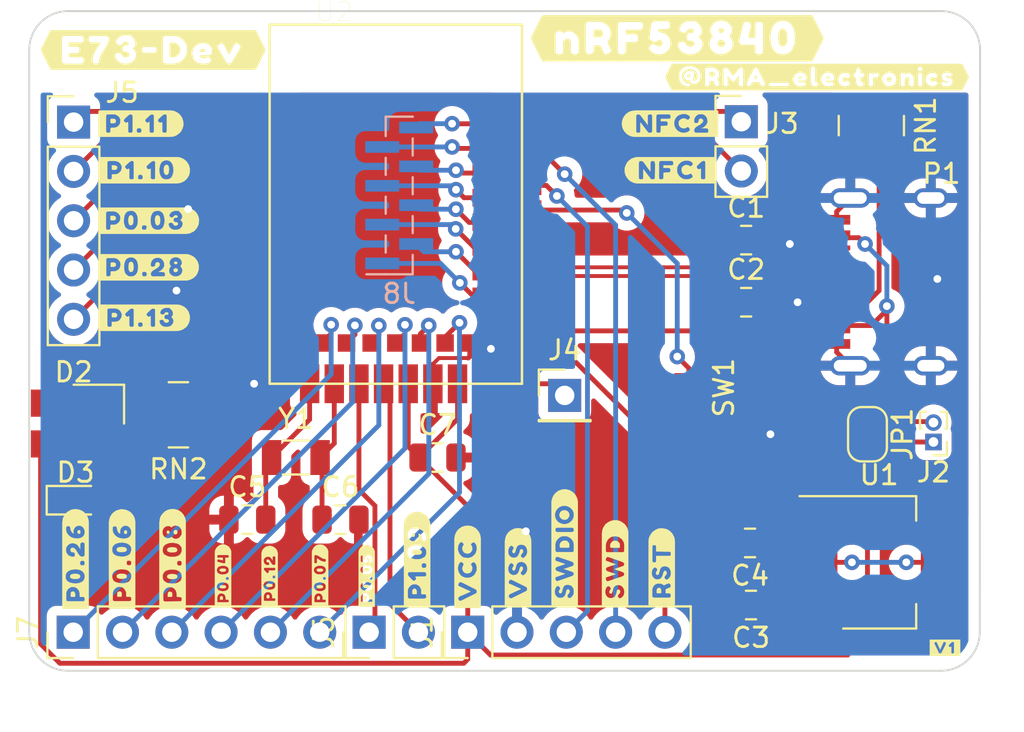
<source format=kicad_pcb>
(kicad_pcb (version 20210228) (generator pcbnew)
  (layers (0 "F.Cu" signal) (31 "B.Cu" signal) (34 "B.Paste" user) (35 "F.Paste" user) (36 "B.SilkS" user "B.Silkscreen") (37 "F.SilkS" user "F.Silkscreen") (38 "B.Mask" user) (39 "F.Mask" user) (44 "Edge.Cuts" user))
  (net 0 "")
  (net 1 "VSS")
  (net 2 "/D+")
  (net 3 "/D-")
  (net 4 "Net-(C3-Pad1)")
  (net 5 "VCC")
  (net 6 "Net-(C5-Pad2)")
  (net 7 "Net-(C6-Pad1)")
  (net 8 "Net-(D2-Pad3)")
  (net 9 "Net-(D2-Pad2)")
  (net 10 "Net-(D2-Pad1)")
  (net 11 "Net-(D3-Pad2)")
  (net 12 "RST")
  (net 13 "SWD")
  (net 14 "SWDIO")
  (net 15 "VBUS")
  (net 16 "Net-(J3-Pad2)")
  (net 17 "Net-(J3-Pad1)")
  (net 18 "Net-(J4-Pad1)")
  (net 19 "Net-(J5-Pad5)")
  (net 20 "Net-(J5-Pad4)")
  (net 21 "Net-(J5-Pad3)")
  (net 22 "Net-(J5-Pad2)")
  (net 23 "Net-(J5-Pad1)")
  (net 24 "Net-(J6-Pad2)")
  (net 25 "Net-(J6-Pad1)")
  (net 26 "Net-(J7-Pad6)")
  (net 27 "Net-(J7-Pad5)")
  (net 28 "Net-(J7-Pad4)")
  (net 29 "Net-(J7-Pad3)")
  (net 30 "Net-(J7-Pad2)")
  (net 31 "Net-(J7-Pad1)")
  (net 32 "Net-(J8-Pad8)")
  (net 33 "Net-(J8-Pad7)")
  (net 34 "Net-(J8-Pad6)")
  (net 35 "Net-(J8-Pad5)")
  (net 36 "Net-(J8-Pad4)")
  (net 37 "Net-(J8-Pad3)")
  (net 38 "Net-(J8-Pad2)")
  (net 39 "Net-(J8-Pad1)")
  (net 41 "Net-(P1-PadB5)")
  (net 42 "Net-(P1-PadA5)")
  (net 48 "Blue")
  (net 49 "Red")
  (net 50 "Green")
  (net 51 "Attention")
  (net 52 "Net-(SW1-Pad1)")
  (footprint "Connector_PinHeader_2.54mm:PinHeader_1x01_P2.54mm_Vertical" (layer "F.Cu") (at 154.2 81.4)
    (fp_text reference "J4")
    (fp_text value "DC Out")
  )
  (footprint "buzzardLabel" (layer "F.Cu") (at 167.2 65)
    (fp_text reference "")
    (fp_text value "")
  )
  (footprint "Connector_PinHeader_2.54mm:PinHeader_1x02_P2.54mm_Vertical" (layer "F.Cu") (at 163.3 67.3)
    (fp_text reference "J3")
    (fp_text value "NFC")
  )
  (footprint "Capacitor_SMD:C_0805_2012Metric" (layer "F.Cu") (at 142.65 87.8)
    (fp_text reference "C6")
    (fp_text value "12pF")
  )
  (footprint "NFCBusiness:W" (layer "F.Cu") (at 163.4 86.2)
    (fp_text reference "Ref**" hide)
    (fp_text value "Val**" hide)
  )
  (footprint "Crystal:Crystal_SMD_3215-2Pin_3.2x1.5mm" (layer "F.Cu") (at 140.35 84.6)
    (fp_text reference "Y1")
    (fp_text value "32.768kHz")
  )
  (footprint "buzzardLabel" (layer "F.Cu") (at 129 90 90)
    (fp_text reference "")
    (fp_text value "")
  )
  (footprint "buzzardLabel" (layer "F.Cu") (at 132.4 77.4)
    (fp_text reference "")
    (fp_text value "")
  )
  (footprint "Capacitor_SMD:C_0805_2012Metric" (layer "F.Cu") (at 163.55 73.4)
    (fp_text reference "C1")
    (fp_text value "20pF")
  )
  (footprint "Dragos:EKINGLUX-E6" (layer "F.Cu") (at 128.9 82.85)
    (fp_text reference "D2")
    (fp_text value "LED_BGRA")
  )
  (footprint "buzzardLabel" (layer "F.Cu") (at 132.6 72.4)
    (fp_text reference "")
    (fp_text value "")
  )
  (footprint "buzzardLabel" (layer "F.Cu") (at 159.8 69.8)
    (fp_text reference "")
    (fp_text value "")
  )
  (footprint "buzzardLabel" (layer "F.Cu") (at 132.4 69.8)
    (fp_text reference "")
    (fp_text value "")
  )
  (footprint "buzzardLabel" (layer "F.Cu") (at 160 63)
    (fp_text reference "")
    (fp_text value "")
  )
  (footprint "Jumper:SolderJumper-2_P1.3mm_Bridged_RoundedPad1.0x1.5mm" (layer "F.Cu") (at 169.8 83.4 -90)
    (fp_text reference "JP1")
    (fp_text value "Jumper_NC_Small")
  )
  (footprint "buzzardLabel" (layer "F.Cu") (at 144 90.8 90)
    (fp_text reference "")
    (fp_text value "")
  )
  (footprint "buzzardLabel" (layer "F.Cu") (at 154.2 89.4 90)
    (fp_text reference "")
    (fp_text value "")
  )
  (footprint "Resistor_SMD:R_Array_Convex_4x0603" (layer "F.Cu") (at 170 67.5 -90)
    (fp_text reference "RN1")
    (fp_text value "5.1k")
  )
  (footprint "Connector_PinHeader_2.54mm:PinHeader_1x05_P2.54mm_Vertical" (layer "F.Cu") (at 128.9 67.32)
    (fp_text reference "J5")
    (fp_text value "East")
  )
  (footprint "buzzardLabel" (layer "F.Cu") (at 132.2 67.4)
    (fp_text reference "")
    (fp_text value "")
  )
  (footprint "Connector_PinHeader_1.00mm:PinHeader_1x02_P1.00mm_Vertical" (layer "F.Cu") (at 173.2 83.8 180)
    (fp_text reference "J2")
    (fp_text value "Conn_01x02")
  )
  (footprint "buzzardLabel" (layer "F.Cu") (at 159.8 67.4)
    (fp_text reference "")
    (fp_text value "")
  )
  (footprint "buzzardLabel" (layer "F.Cu") (at 133 63.6)
    (fp_text reference "")
    (fp_text value "")
  )
  (footprint "buzzardLabel" (layer "F.Cu") (at 134 90 90)
    (fp_text reference "")
    (fp_text value "")
  )
  (footprint "Capacitor_SMD:C_0805_2012Metric" (layer "F.Cu") (at 163.75 89 180)
    (fp_text reference "C4")
    (fp_text value "1uF")
  )
  (footprint "LED_SMD:LED_0603_1608Metric" (layer "F.Cu") (at 129 86.8)
    (fp_text reference "D3")
    (fp_text value "LED")
  )
  (footprint "Connector_PinHeader_2.54mm:PinHeader_1x06_P2.54mm_Vertical" (layer "F.Cu") (at 128.88 93.6 90)
    (fp_text reference "J7")
    (fp_text value "Hidden South")
  )
  (footprint "buzzardLabel" (layer "F.Cu") (at 173.8 94.4)
    (fp_text reference "")
    (fp_text value "")
  )
  (footprint "buzzardLabel" (layer "F.Cu") (at 132.6 74.8)
    (fp_text reference "")
    (fp_text value "")
  )
  (footprint "buzzardLabel" (layer "F.Cu") (at 149.2 90.4 90)
    (fp_text reference "")
    (fp_text value "")
  )
  (footprint "Capacitor_SMD:C_0805_2012Metric" (layer "F.Cu") (at 137.85 87.8)
    (fp_text reference "C5")
    (fp_text value "12pF")
  )
  (footprint "buzzardLabel" (layer "F.Cu") (at 139 90.8 90)
    (fp_text reference "")
    (fp_text value "")
  )
  (footprint "Capacitor_SMD:C_0805_2012Metric" (layer "F.Cu") (at 163.8 92.2 180)
    (fp_text reference "C3")
    (fp_text value "1uF")
  )
  (footprint "buzzardLabel" (layer "F.Cu") (at 151.8 90.4 90)
    (fp_text reference "")
    (fp_text value "")
  )
  (footprint "Connector_PinHeader_2.54mm:PinHeader_1x02_P2.54mm_Vertical" (layer "F.Cu") (at 144.125 93.6 90)
    (fp_text reference "J6")
    (fp_text value "South")
  )
  (footprint "buzzardLabel" (layer "F.Cu") (at 136.6 90.8 90)
    (fp_text reference "")
    (fp_text value "")
  )
  (footprint "Resistor_SMD:R_Array_Convex_4x0603" (layer "F.Cu") (at 134.3 82.4 180)
    (fp_text reference "RN2")
    (fp_text value "270")
  )
  (footprint "buzzardLabel" (layer "F.Cu") (at 156.8 90.2 90)
    (fp_text reference "")
    (fp_text value "")
  )
  (footprint "buzzardLabel" (layer "F.Cu") (at 131.4 90 90)
    (fp_text reference "")
    (fp_text value "")
  )
  (footprint "buzzardLabel" (layer "F.Cu") (at 146.6 90 90)
    (fp_text reference "")
    (fp_text value "")
  )
  (footprint "buzzardLabel" (layer "F.Cu") (at 141.6 90.8 90)
    (fp_text reference "")
    (fp_text value "")
  )
  (footprint "Connector_PinHeader_2.54mm:PinHeader_1x05_P2.54mm_Vertical" (layer "F.Cu") (at 149.205 93.6 90)
    (fp_text reference "J1")
    (fp_text value "Conn_01x05")
  )
  (footprint "Capacitor_SMD:C_0805_2012Metric" (layer "F.Cu") (at 147.65 84.6)
    (fp_text reference "C7")
    (fp_text value "4.7uF")
  )
  (footprint "BadgePirates:USB_C_Receptical-Jing" (layer "F.Cu") (at 168.9125 75.55 90)
    (fp_text reference "P1")
    (fp_text value "USB_C_Plug_corrected")
  )
  (footprint "E73:E73-2G4M08S1C" (layer "F.Cu") (at 145.5 71.8)
    (fp_text reference "U2")
    (fp_text value "E73-2G4M08S1C")
  )
  (footprint "Package_TO_SOT_SMD:SOT-223-3_TabPin2" (layer "F.Cu") (at 170.4 90)
    (fp_text reference "U1")
    (fp_text value "TLV1117-33")
  )
  (footprint "Capacitor_SMD:C_0805_2012Metric" (layer "F.Cu") (at 163.55 76.6)
    (fp_text reference "C2")
    (fp_text value "20pF")
  )
  (footprint "buzzardLabel" (layer "F.Cu") (at 159.2 90.4 90)
    (fp_text reference "")
    (fp_text value "")
  )
  (footprint "Dragos:1TS002E-2500-2500-CT-HYP-Button" (layer "F.Cu") (at 160.6 84.9 -90)
    (fp_text reference "SW1")
    (fp_text value "SW_SPST")
  )
  (footprint "Connector_PinHeader_1.00mm:PinHeader_1x08_P1.00mm_Vertical_SMD_Pin1Left" (layer "B.Cu") (at 145.675 71.1)
    (fp_text reference "J8")
    (fp_text value "Hidden West")
  )
  (gr_arc (start 128.614214 63.6) (end 128.614214 61.6) (angle -90) (layer "Edge.Cuts") (width 0.1))
  (gr_line (start 175.585786 93.585786) (end 175.6 63.6) (layer "Edge.Cuts") (width 0.1))
  (gr_line (start 173.6 61.6) (end 128.614214 61.6) (layer "Edge.Cuts") (width 0.1))
  (gr_line (start 128.614214 95.585786) (end 173.585786 95.585786) (layer "Edge.Cuts") (width 0.1))
  (gr_arc (start 173.6 63.6) (end 175.6 63.6) (angle -90) (layer "Edge.Cuts") (width 0.1))
  (gr_arc (start 173.585786 93.585786) (end 173.585786 95.585786) (angle -90) (layer "Edge.Cuts") (width 0.1))
  (gr_line (start 126.614214 63.6) (end 126.614214 93.585786) (layer "Edge.Cuts") (width 0.1))
  (gr_arc (start 128.614214 93.585786) (end 126.614214 93.585786) (angle -90) (layer "Edge.Cuts") (width 0.1))
  (segment (start 149.235011 79.474989) (end 148.6 79.474989) (width 0.2) (layer "F.Cu") (net 1))
  (segment (start 168.2125 72.225) (end 168.2125 71.93) (width 0.25) (layer "F.Cu") (net 1))
  (segment (start 147.724989 79.475011) (end 148.599978 79.475011) (width 0.2) (layer "F.Cu") (net 1))
  (segment (start 147.41 80.8) (end 147.41 79.79) (width 0.25) (layer "F.Cu") (net 1))
  (segment (start 149.31 79.4) (end 149.235011 79.474989) (width 0.25) (layer "F.Cu") (net 1))
  (segment (start 168.2125 78.625) (end 168.2125 78.875) (width 0.25) (layer "F.Cu") (net 1))
  (segment (start 168.2125 71.93) (end 168.9125 71.23) (width 0.25) (layer "F.Cu") (net 1))
  (segment (start 168.2125 78.875) (end 168.2125 79.17) (width 0.25) (layer "F.Cu") (net 1))
  (segment (start 150.4 79) (end 149.61 79) (width 0.25) (layer "F.Cu") (net 1))
  (segment (start 168.2125 79.17) (end 168.9125 79.87) (width 0.25) (layer "F.Cu") (net 1))
  (segment (start 148.599978 79.475011) (end 148.6 79.474989) (width 0.2) (layer "F.Cu") (net 1))
  (segment (start 149.61 79) (end 149.31 78.7) (width 0.25) (layer "F.Cu") (net 1))
  (segment (start 168.2125 72.475) (end 168.2125 72.225) (width 0.25) (layer "F.Cu") (net 1))
  (segment (start 147.41 79.79) (end 147.724989 79.475011) (width 0.2) (layer "F.Cu") (net 1))
  (segment (start 149.31 78.7) (end 149.31 79.4) (width 0.25) (layer "F.Cu") (net 1))
  (via (at 138.2 80.8) (size 0.8) (drill 0.4) (layers "F.Cu" "B.Cu") (net 1))
  (via (at 166.2 76.6) (size 0.8) (drill 0.4) (layers "F.Cu" "B.Cu") (net 1))
  (via (at 165.8 73.6) (size 0.8) (drill 0.4) (layers "F.Cu" "B.Cu") (net 1))
  (via (at 173.4 75.4) (size 0.8) (drill 0.4) (layers "F.Cu" "B.Cu") (net 1))
  (via (at 134.8 71.8) (size 0.8) (drill 0.4) (layers "F.Cu" "B.Cu") (net 1))
  (via (at 150.4 79) (size 0.8) (drill 0.4) (layers "F.Cu" "B.Cu") (net 1))
  (via (at 152.2 88.4) (size 0.8) (drill 0.4) (layers "F.Cu" "B.Cu") (net 1))
  (via (at 134.2 76) (size 0.8) (drill 0.4) (layers "F.Cu" "B.Cu") (net 1))
  (via (at 164.8 83.4) (size 0.8) (drill 0.4) (layers "F.Cu" "B.Cu") (net 1))
  (segment (start 153.910001 74.8) (end 162.6 74.8) (width 0.2) (layer "F.Cu") (net 2))
  (segment (start 166.610119 74.8) (end 168.2125 74.8) (width 0.2) (layer "F.Cu") (net 2))
  (segment (start 162.6 74.8) (end 168.2125 74.8) (width 0.2) (layer "F.Cu") (net 2))
  (segment (start 153.500001 74.39) (end 153.910001 74.8) (width 0.2) (layer "F.Cu") (net 2))
  (segment (start 169.4 75) (end 169.2 74.8) (width 0.2) (layer "F.Cu") (net 2))
  (segment (start 169.2 74.8) (end 168.2125 74.8) (width 0.2) (layer "F.Cu") (net 2))
  (segment (start 169.4 75.6) (end 169.4 75) (width 0.2) (layer "F.Cu") (net 2))
  (segment (start 169.2 75.8) (end 169.4 75.6) (width 0.2) (layer "F.Cu") (net 2))
  (segment (start 162.6 73.4) (end 162.6 74.8) (width 0.2) (layer "F.Cu") (net 2))
  (segment (start 152 74.39) (end 153.500001 74.39) (width 0.2) (layer "F.Cu") (net 2))
  (segment (start 168.2125 75.8) (end 169.2 75.8) (width 0.2) (layer "F.Cu") (net 2))
  (segment (start 166.660119 75.3) (end 168.2125 75.3) (width 0.2) (layer "F.Cu") (net 3))
  (segment (start 166.660119 75.3) (end 166.660119 75.647619) (width 0.2) (layer "F.Cu") (net 3))
  (segment (start 162.6 76.6) (end 162.6 75.3) (width 0.2) (layer "F.Cu") (net 3))
  (segment (start 162.6 75.3) (end 162.65 75.25) (width 0.2) (layer "F.Cu") (net 3))
  (segment (start 152 75.66) (end 153.500001 75.66) (width 0.2) (layer "F.Cu") (net 3))
  (segment (start 166.660119 75.647619) (end 167.3125 76.3) (width 0.2) (layer "F.Cu") (net 3))
  (segment (start 162.65 75.25) (end 166.610119 75.25) (width 0.2) (layer "F.Cu") (net 3))
  (segment (start 153.910001 75.25) (end 162.65 75.25) (width 0.2) (layer "F.Cu") (net 3))
  (segment (start 166.610119 75.25) (end 166.660119 75.3) (width 0.2) (layer "F.Cu") (net 3))
  (segment (start 153.500001 75.66) (end 153.910001 75.25) (width 0.2) (layer "F.Cu") (net 3))
  (segment (start 167.3125 76.3) (end 168.2125 76.3) (width 0.2) (layer "F.Cu") (net 3))
  (segment (start 170.05 83.8) (end 169.8 84.05) (width 0.25) (layer "F.Cu") (net 4))
  (segment (start 168.7 92.3) (end 167.25 92.3) (width 0.25) (layer "F.Cu") (net 4))
  (segment (start 167.25 92.3) (end 164.85 92.3) (width 0.25) (layer "F.Cu") (net 4))
  (segment (start 164.85 92.3) (end 164.75 92.2) (width 0.25) (layer "F.Cu") (net 4))
  (segment (start 169.8 91.2) (end 168.7 92.3) (width 0.25) (layer "F.Cu") (net 4))
  (segment (start 173.2 83.8) (end 170.05 83.8) (width 0.25) (layer "F.Cu") (net 4))
  (segment (start 169.8 84.05) (end 169.8 91.2) (width 0.25) (layer "F.Cu") (net 4))
  (segment (start 146.7 84.6) (end 148.68 82.62) (width 0.25) (layer "F.Cu") (net 5))
  (segment (start 149.205 87.105) (end 146.7 84.6) (width 0.25) (layer "F.Cu") (net 5))
  (segment (start 127.2 94.20502) (end 128.19498 95.2) (width 0.25) (layer "F.Cu") (net 5))
  (segment (start 146.14 84.04) (end 146.7 84.6) (width 0.25) (layer "F.Cu") (net 5))
  (segment (start 168.774989 94.775011) (end 173.55 90) (width 0.25) (layer "F.Cu") (net 5))
  (segment (start 150.380011 94.775011) (end 168.774989 94.775011) (width 0.25) (layer "F.Cu") (net 5))
  (segment (start 149.205 93.6) (end 149.205 87.105) (width 0.25) (layer "F.Cu") (net 5))
  (segment (start 149.205 93.6) (end 150.380011 94.775011) (width 0.25) (layer "F.Cu") (net 5))
  (segment (start 127.6 83.9) (end 127.2 84.3) (width 0.25) (layer "F.Cu") (net 5))
  (segment (start 167.25 90) (end 165.7 90) (width 0.25) (layer "F.Cu") (net 5))
  (segment (start 148.68 82.62) (end 148.68 80.8) (width 0.25) (layer "F.Cu") (net 5))
  (segment (start 171.8 90) (end 173.55 90) (width 0.25) (layer "F.Cu") (net 5))
  (segment (start 149.205 94.995) (end 149.205 93.6) (width 0.25) (layer "F.Cu") (net 5))
  (segment (start 167.25 90) (end 167.4 90) (width 0.25) (layer "F.Cu") (net 5))
  (segment (start 165.7 90) (end 164.7 89) (width 0.25) (layer "F.Cu") (net 5))
  (segment (start 146.14 80.8) (end 146.14 84.04) (width 0.25) (layer "F.Cu") (net 5))
  (segment (start 127.2 84.3) (end 127.2 94.20502) (width 0.25) (layer "F.Cu") (net 5))
  (segment (start 167.4 90) (end 169 90) (width 0.25) (layer "F.Cu") (net 5))
  (segment (start 128.19498 95.2) (end 149 95.2) (width 0.25) (layer "F.Cu") (net 5))
  (segment (start 149 95.2) (end 149.205 94.995) (width 0.25) (layer "F.Cu") (net 5))
  (via (at 169 90) (size 0.8) (drill 0.4) (layers "F.Cu" "B.Cu") (net 5))
  (via (at 171.8 90) (size 0.8) (drill 0.4) (layers "F.Cu" "B.Cu") (net 5))
  (segment (start 169 90) (end 171.8 90) (width 0.25) (layer "B.Cu") (net 5))
  (segment (start 141.06 82.64) (end 139.1 84.6) (width 0.25) (layer "F.Cu") (net 6))
  (segment (start 141.06 80.8) (end 141.06 82.64) (width 0.25) (layer "F.Cu") (net 6))
  (segment (start 138.8 87.8) (end 138.8 84.9) (width 0.25) (layer "F.Cu") (net 6))
  (segment (start 138.8 84.9) (end 139.1 84.6) (width 0.25) (layer "F.Cu") (net 6))
  (segment (start 142.33 83.87) (end 141.6 84.6) (width 0.25) (layer "F.Cu") (net 7))
  (segment (start 141.7 84.7) (end 141.6 84.6) (width 0.25) (layer "F.Cu") (net 7))
  (segment (start 142.33 80.8) (end 142.33 83.87) (width 0.25) (layer "F.Cu") (net 7))
  (segment (start 141.7 87.8) (end 141.7 84.7) (width 0.25) (layer "F.Cu") (net 7))
  (segment (start 130.971422 83.9) (end 130.2 83.9) (width 0.25) (layer "F.Cu") (net 8))
  (segment (start 133.4 82.8) (end 132.071422 82.8) (width 0.25) (layer "F.Cu") (net 8))
  (segment (start 132.071422 82.8) (end 130.971422 83.9) (width 0.25) (layer "F.Cu") (net 8))
  (segment (start 132.234998 82) (end 131.360009 82.874989) (width 0.25) (layer "F.Cu") (net 9))
  (segment (start 128.674989 82.874989) (end 127.6 81.8) (width 0.25) (layer "F.Cu") (net 9))
  (segment (start 133.4 82) (end 132.234998 82) (width 0.25) (layer "F.Cu") (net 9))
  (segment (start 131.360009 82.874989) (end 128.674989 82.874989) (width 0.25) (layer "F.Cu") (net 9))
  (segment (start 130.2 81.8) (end 130.8 81.2) (width 0.25) (layer "F.Cu") (net 10))
  (segment (start 130.8 81.2) (end 133.4 81.2) (width 0.25) (layer "F.Cu") (net 10))
  (segment (start 130.2 86.8) (end 129.7875 86.8) (width 0.25) (layer "F.Cu") (net 11))
  (segment (start 133.4 83.6) (end 130.2 86.8) (width 0.25) (layer "F.Cu") (net 11))
  (segment (start 159.365 93.6) (end 159.365 84.27998) (width 0.25) (layer "F.Cu") (net 12))
  (segment (start 159.365 84.27998) (end 153.28502 78.2) (width 0.25) (layer "F.Cu") (net 12))
  (segment (start 153.28502 78.2) (end 152 78.2) (width 0.25) (layer "F.Cu") (net 12))
  (segment (start 154 69.8) (end 154.2 70) (width 0.25) (layer "F.Cu") (net 13))
  (segment (start 152 69.31) (end 153.51 69.31) (width 0.25) (layer "F.Cu") (net 13))
  (segment (start 153.51 69.31) (end 154 69.8) (width 0.25) (layer "F.Cu") (net 13))
  (via (at 154.2 70) (size 0.8) (drill 0.4) (layers "F.Cu" "B.Cu") (net 13))
  (segment (start 154.2 70) (end 156.825 72.625) (width 0.25) (layer "B.Cu") (net 13))
  (segment (start 156.825 72.625) (end 156.825 93.6) (width 0.25) (layer "B.Cu") (net 13))
  (segment (start 152 70.58) (end 153.255 70.58) (width 0.25) (layer "F.Cu") (net 14))
  (segment (start 153.255 70.58) (end 153.8 71.125) (width 0.25) (layer "F.Cu") (net 14))
  (via (at 153.8 71.125) (size 0.8) (drill 0.4) (layers "F.Cu" "B.Cu") (net 14))
  (segment (start 155.375011 92.509989) (end 154.285 93.6) (width 0.25) (layer "B.Cu") (net 14))
  (segment (start 153.8 71.125) (end 155.375011 72.700011) (width 0.25) (layer "B.Cu") (net 14))
  (segment (start 155.375011 72.700011) (end 155.375011 92.509989) (width 0.25) (layer "B.Cu") (net 14))
  (segment (start 168.2125 73.275) (end 169.35 73.275) (width 0.25) (layer "F.Cu") (net 15))
  (segment (start 152.81502 76.93) (end 152 76.93) (width 0.25) (layer "F.Cu") (net 15))
  (segment (start 168.2125 73.025) (end 168.2125 73.275) (width 0.25) (layer "F.Cu") (net 15))
  (segment (start 170.8 77) (end 170 77.8) (width 0.25) (layer "F.Cu") (net 15))
  (segment (start 170.8 81.75) (end 169.8 82.75) (width 0.25) (layer "F.Cu") (net 15))
  (segment (start 170.8 76.8) (end 170.8 77) (width 0.25) (layer "F.Cu") (net 15))
  (segment (start 169.35 73.275) (end 169.675 73.6) (width 0.25) (layer "F.Cu") (net 15))
  (segment (start 173.15 82.75) (end 173.2 82.8) (width 0.25) (layer "F.Cu") (net 15))
  (segment (start 168.2125 78.075) (end 153.96002 78.075) (width 0.25) (layer "F.Cu") (net 15))
  (segment (start 170.8 76.8) (end 170.8 81.75) (width 0.25) (layer "F.Cu") (net 15))
  (segment (start 168.4875 77.8) (end 168.2125 78.075) (width 0.25) (layer "F.Cu") (net 15))
  (segment (start 153.96002 78.075) (end 152.81502 76.93) (width 0.25) (layer "F.Cu") (net 15))
  (segment (start 169.8 82.75) (end 173.15 82.75) (width 0.25) (layer "F.Cu") (net 15))
  (segment (start 170 77.8) (end 168.4875 77.8) (width 0.25) (layer "F.Cu") (net 15))
  (via (at 169.675 73.6) (size 0.8) (drill 0.4) (layers "F.Cu" "B.Cu") (net 15))
  (via (at 170.8 76.8) (size 0.8) (drill 0.4) (layers "F.Cu" "B.Cu") (net 15))
  (segment (start 169.675 73.6) (end 170.8 74.725) (width 0.25) (layer "B.Cu") (net 15))
  (segment (start 170.8 74.725) (end 170.8 76.8) (width 0.25) (layer "B.Cu") (net 15))
  (segment (start 161.5 68.04) (end 163.3 69.84) (width 0.25) (layer "F.Cu") (net 16))
  (segment (start 152 68.04) (end 161.5 68.04) (width 0.25) (layer "F.Cu") (net 16))
  (segment (start 152 66.77) (end 162.77 66.77) (width 0.25) (layer "F.Cu") (net 17))
  (segment (start 162.77 66.77) (end 163.3 67.3) (width 0.25) (layer "F.Cu") (net 17))
  (segment (start 149.95 80.8) (end 153.6 80.8) (width 0.25) (layer "F.Cu") (net 18))
  (segment (start 153.6 80.8) (end 154.2 81.4) (width 0.25) (layer "F.Cu") (net 18))
  (segment (start 128.9 77.48) (end 133.26 73.12) (width 0.25) (layer "F.Cu") (net 19))
  (segment (start 133.26 73.12) (end 139 73.12) (width 0.25) (layer "F.Cu") (net 19))
  (segment (start 133.26 70.58) (end 128.9 74.94) (width 0.25) (layer "F.Cu") (net 20))
  (segment (start 139 70.58) (end 133.26 70.58) (width 0.25) (layer "F.Cu") (net 20))
  (segment (start 131.99 69.31) (end 128.9 72.4) (width 0.25) (layer "F.Cu") (net 21))
  (segment (start 139 69.31) (end 131.99 69.31) (width 0.25) (layer "F.Cu") (net 21))
  (segment (start 130.72 68.04) (end 128.9 69.86) (width 0.25) (layer "F.Cu") (net 22))
  (segment (start 139 68.04) (end 130.72 68.04) (width 0.25) (layer "F.Cu") (net 22))
  (segment (start 128.9 67.32) (end 129.45 66.77) (width 0.25) (layer "F.Cu") (net 23))
  (segment (start 129.45 66.77) (end 139 66.77) (width 0.25) (layer "F.Cu") (net 23))
  (segment (start 144.87 80.8) (end 145.2 81.13) (width 0.25) (layer "F.Cu") (net 24))
  (segment (start 145.2 92.135) (end 146.665 93.6) (width 0.25) (layer "F.Cu") (net 24))
  (segment (start 145.2 81.13) (end 145.2 92.135) (width 0.25) (layer "F.Cu") (net 24))
  (segment (start 143.6 86.261798) (end 144.42502 87.086818) (width 0.25) (layer "F.Cu") (net 25))
  (segment (start 143.6 80.8) (end 143.6 86.261798) (width 0.25) (layer "F.Cu") (net 25))
  (segment (start 144.42502 93.29998) (end 144.125 93.6) (width 0.25) (layer "F.Cu") (net 25))
  (segment (start 144.42502 87.086818) (end 144.42502 93.29998) (width 0.25) (layer "F.Cu") (net 25))
  (segment (start 148.04 78.395964) (end 148.780702 77.655262) (width 0.25) (layer "F.Cu") (net 26))
  (segment (start 148.04 78.7) (end 148.04 78.395964) (width 0.25) (layer "F.Cu") (net 26))
  (segment (start 148.780702 77.655262) (end 148.780702 77.924989) (width 0.25) (layer "F.Cu") (net 26))
  (via (at 148.780702 77.655262) (size 0.8) (drill 0.4) (layers "F.Cu" "B.Cu") (net 26))
  (segment (start 141.58 93.6) (end 148.780702 86.399298) (width 0.25) (layer "B.Cu") (net 26))
  (segment (start 148.780702 86.399298) (end 148.780702 77.655262) (width 0.25) (layer "B.Cu") (net 26))
  (segment (start 146.77 78.223625) (end 147.19704 77.796585) (width 0.25) (layer "F.Cu") (net 27))
  (segment (start 146.77 78.7) (end 146.77 78.223625) (width 0.25) (layer "F.Cu") (net 27))
  (via (at 147.19704 77.796585) (size 0.8) (drill 0.4) (layers "F.Cu" "B.Cu") (net 27))
  (segment (start 139.04 93.6) (end 147.2 85.44) (width 0.25) (layer "B.Cu") (net 27))
  (segment (start 147.2 77.799545) (end 147.19704 77.796585) (width 0.25) (layer "B.Cu") (net 27))
  (segment (start 147.2 85.44) (end 147.2 77.799545) (width 0.25) (layer "B.Cu") (net 27))
  (segment (start 145.972285 78.227715) (end 145.5 78.7) (width 0.25) (layer "F.Cu") (net 28))
  (segment (start 145.972285 77.761026) (end 145.972285 78.227715) (width 0.25) (layer "F.Cu") (net 28))
  (via (at 145.972285 77.761026) (size 0.8) (drill 0.4) (layers "F.Cu" "B.Cu") (net 28))
  (segment (start 145.972285 84.127715) (end 145.972285 77.761026) (width 0.25) (layer "B.Cu") (net 28))
  (segment (start 136.5 93.6) (end 145.972285 84.127715) (width 0.25) (layer "B.Cu") (net 28))
  (segment (start 144.625735 78.304265) (end 144.23 78.7) (width 0.25) (layer "F.Cu") (net 29))
  (segment (start 144.625735 77.8) (end 144.625735 78.304265) (width 0.25) (layer "F.Cu") (net 29))
  (via (at 144.625735 77.8) (size 0.8) (drill 0.4) (layers "F.Cu" "B.Cu") (net 29))
  (segment (start 144.625735 82.934265) (end 133.96 93.6) (width 0.25) (layer "B.Cu") (net 29))
  (segment (start 144.625735 77.8) (end 144.625735 82.934265) (width 0.25) (layer "B.Cu") (net 29))
  (segment (start 143.392891 77.791581) (end 143.392891 78.267109) (width 0.25) (layer "F.Cu") (net 30))
  (segment (start 143.392891 78.267109) (end 142.96 78.7) (width 0.25) (layer "F.Cu") (net 30))
  (via (at 143.392891 77.791581) (size 0.8) (drill 0.4) (layers "F.Cu" "B.Cu") (net 30))
  (segment (start 143.278748 81.741252) (end 131.42 93.6) (width 0.25) (layer "B.Cu") (net 30))
  (segment (start 143.278748 77.905724) (end 143.278748 81.741252) (width 0.25) (layer "B.Cu") (net 30))
  (segment (start 143.392891 77.791581) (end 143.278748 77.905724) (width 0.25) (layer "B.Cu") (net 30))
  (segment (start 142.169616 78.220384) (end 141.69 78.7) (width 0.25) (layer "F.Cu") (net 31))
  (segment (start 142.169616 77.755895) (end 142.169616 78.220384) (width 0.25) (layer "F.Cu") (net 31))
  (via (at 142.169616 77.755895) (size 0.8) (drill 0.4) (layers "F.Cu" "B.Cu") (net 31))
  (segment (start 142.169616 80.310384) (end 142.169616 77.755895) (width 0.25) (layer "B.Cu") (net 31))
  (segment (start 128.88 93.6) (end 142.169616 80.310384) (width 0.25) (layer "B.Cu") (net 31))
  (segment (start 148.405 67.405) (end 148.4 67.4) (width 0.25) (layer "F.Cu") (net 32))
  (segment (start 149.9 67.405) (end 148.405 67.405) (width 0.25) (layer "F.Cu") (net 32))
  (via (at 148.4 67.4) (size 0.8) (drill 0.4) (layers "F.Cu" "B.Cu") (net 32))
  (segment (start 146.75 67.4) (end 146.55 67.6) (width 0.25) (layer "B.Cu") (net 32))
  (segment (start 148.4 67.4) (end 146.75 67.4) (width 0.25) (layer "B.Cu") (net 32))
  (segment (start 149.9 68.675) (end 148.475 68.675) (width 0.25) (layer "F.Cu") (net 33))
  (segment (start 148.475 68.675) (end 148.4 68.6) (width 0.25) (layer "F.Cu") (net 33))
  (via (at 148.4 68.6) (size 0.8) (drill 0.4) (layers "F.Cu" "B.Cu") (net 33))
  (segment (start 148.4 68.6) (end 144.8 68.6) (width 0.25) (layer "B.Cu") (net 33))
  (segment (start 148.745 69.945) (end 148.6 69.8) (width 0.25) (layer "F.Cu") (net 34))
  (segment (start 149.9 69.945) (end 148.745 69.945) (width 0.25) (layer "F.Cu") (net 34))
  (via (at 148.6 69.8) (size 0.8) (drill 0.4) (layers "F.Cu" "B.Cu") (net 34))
  (segment (start 148.6 69.8) (end 146.75 69.8) (width 0.25) (layer "B.Cu") (net 34))
  (segment (start 146.75 69.8) (end 146.55 69.6) (width 0.25) (layer "B.Cu") (net 34))
  (segment (start 149.9 71.215) (end 149.015 71.215) (width 0.25) (layer "F.Cu") (net 35))
  (segment (start 149.015 71.215) (end 148.6 70.8) (width 0.25) (layer "F.Cu") (net 35))
  (via (at 148.6 70.8) (size 0.8) (drill 0.4) (layers "F.Cu" "B.Cu") (net 35))
  (segment (start 148.4 70.6) (end 144.8 70.6) (width 0.25) (layer "B.Cu") (net 35))
  (segment (start 148.6 70.8) (end 148.4 70.6) (width 0.25) (layer "B.Cu") (net 35))
  (segment (start 149.274196 72.485) (end 148.595516 71.80632) (width 0.25) (layer "F.Cu") (net 36))
  (segment (start 149.9 72.485) (end 149.274196 72.485) (width 0.25) (layer "F.Cu") (net 36))
  (via (at 148.595516 71.80632) (size 0.8) (drill 0.4) (layers "F.Cu" "B.Cu") (net 36))
  (segment (start 148.595516 71.80632) (end 146.75632 71.80632) (width 0.25) (layer "B.Cu") (net 36))
  (segment (start 146.75632 71.80632) (end 146.55 71.6) (width 0.25) (layer "B.Cu") (net 36))
  (segment (start 149.9 73.755) (end 149.51889 73.755) (width 0.25) (layer "F.Cu") (net 37))
  (segment (start 149.51889 73.755) (end 148.585115 72.821225) (width 0.25) (layer "F.Cu") (net 37))
  (via (at 148.585115 72.821225) (size 0.8) (drill 0.4) (layers "F.Cu" "B.Cu") (net 37))
  (segment (start 148.585115 72.821225) (end 148.36389 72.6) (width 0.25) (layer "B.Cu") (net 37))
  (segment (start 148.36389 72.6) (end 144.8 72.6) (width 0.25) (layer "B.Cu") (net 37))
  (segment (start 149.625 75.025) (end 148.6 74) (width 0.25) (layer "F.Cu") (net 38))
  (segment (start 149.9 75.025) (end 149.625 75.025) (width 0.25) (layer "F.Cu") (net 38))
  (via (at 148.6 74) (size 0.8) (drill 0.4) (layers "F.Cu" "B.Cu") (net 38))
  (segment (start 146.95 74) (end 146.55 73.6) (width 0.25) (layer "B.Cu") (net 38))
  (segment (start 148.6 74) (end 146.95 74) (width 0.25) (layer "B.Cu") (net 38))
  (segment (start 149.9 76.295) (end 149.495 76.295) (width 0.25) (layer "F.Cu") (net 39))
  (segment (start 149.495 76.295) (end 148.8 75.6) (width 0.25) (layer "F.Cu") (net 39))
  (via (at 148.8 75.6) (size 0.8) (drill 0.4) (layers "F.Cu" "B.Cu") (net 39))
  (segment (start 148.8 75.6) (end 147.8 74.6) (width 0.25) (layer "B.Cu") (net 39))
  (segment (start 147.8 74.6) (end 144.8 74.6) (width 0.25) (layer "B.Cu") (net 39))
  (segment (start 171.124989 67.674989) (end 168.325011 67.674989) (width 0.25) (layer "F.Cu") (net 41))
  (segment (start 166.6 69.4) (end 166.6 73) (width 0.25) (layer "F.Cu") (net 41))
  (segment (start 167.4 73.8) (end 168.2125 73.8) (width 0.25) (layer "F.Cu") (net 41))
  (segment (start 171.2 67.75) (end 171.124989 67.674989) (width 0.25) (layer "F.Cu") (net 41))
  (segment (start 168.325011 67.674989) (end 166.6 69.4) (width 0.25) (layer "F.Cu") (net 41))
  (segment (start 171.2 68.4) (end 171.2 67.75) (width 0.25) (layer "F.Cu") (net 41))
  (segment (start 166.6 73) (end 167.4 73.8) (width 0.25) (layer "F.Cu") (net 41))
  (segment (start 168.2125 76.8) (end 169.6 76.8) (width 0.25) (layer "F.Cu") (net 42))
  (segment (start 169.6 76.8) (end 170.4 76) (width 0.25) (layer "F.Cu") (net 42))
  (segment (start 170.4 76) (end 170.4 68.4) (width 0.25) (layer "F.Cu") (net 42))
  (segment (start 135.2 81.2) (end 135.2 76.2) (width 0.25) (layer "F.Cu") (net 48))
  (segment (start 137.01 74.39) (end 139 74.39) (width 0.25) (layer "F.Cu") (net 48))
  (segment (start 135.2 76.2) (end 137.01 74.39) (width 0.25) (layer "F.Cu") (net 48))
  (segment (start 136.6 82.05) (end 136.6 78.2) (width 0.25) (layer "F.Cu") (net 49))
  (segment (start 136.6 78.2) (end 137.87 76.93) (width 0.25) (layer "F.Cu") (net 49))
  (segment (start 137.87 76.93) (end 139 76.93) (width 0.25) (layer "F.Cu") (net 49))
  (segment (start 135.2 82.8) (end 135.85 82.8) (width 0.25) (layer "F.Cu") (net 49))
  (segment (start 135.85 82.8) (end 136.6 82.05) (width 0.25) (layer "F.Cu") (net 49))
  (segment (start 137.75 75.66) (end 135.925011 77.484989) (width 0.25) (layer "F.Cu") (net 50))
  (segment (start 139 75.66) (end 137.75 75.66) (width 0.25) (layer "F.Cu") (net 50))
  (segment (start 135.925011 77.484989) (end 135.925011 81.924989) (width 0.25) (layer "F.Cu") (net 50))
  (segment (start 135.925011 81.924989) (end 135.85 82) (width 0.25) (layer "F.Cu") (net 50))
  (segment (start 135.85 82) (end 135.2 82) (width 0.25) (layer "F.Cu") (net 50))
  (segment (start 139 78.2) (end 137.8 78.2) (width 0.25) (layer "F.Cu") (net 51))
  (segment (start 137.8 78.2) (end 137.05002 78.94998) (width 0.25) (layer "F.Cu") (net 51))
  (segment (start 137.05002 82.236404) (end 135.686424 83.6) (width 0.25) (layer "F.Cu") (net 51))
  (segment (start 137.05002 78.94998) (end 137.05002 82.236404) (width 0.25) (layer "F.Cu") (net 51))
  (segment (start 135.686424 83.6) (end 135.2 83.6) (width 0.25) (layer "F.Cu") (net 51))
  (segment (start 160.6 80) (end 160 79.4) (width 0.25) (layer "F.Cu") (net 52))
  (segment (start 157.25 71.85) (end 152 71.85) (width 0.25) (layer "F.Cu") (net 52))
  (segment (start 160.6 81) (end 160.6 80) (width 0.25) (layer "F.Cu") (net 52))
  (segment (start 157.4 72) (end 157.25 71.85) (width 0.25) (layer "F.Cu") (net 52))
  (via (at 160 79.4) (size 0.8) (drill 0.4) (layers "F.Cu" "B.Cu") (net 52))
  (via (at 157.4 72) (size 0.8) (drill 0.4) (layers "F.Cu" "B.Cu") (net 52))
  (segment (start 160 74.6) (end 157.4 72) (width 0.25) (layer "B.Cu") (net 52))
  (segment (start 160 79.4) (end 160 74.6) (width 0.25) (layer "B.Cu") (net 52))
  (zone (net 1) (net_name "VSS") (layer "F.Cu") (connect_pads (clearance 0.508)) (min_thickness 0.254) (fill yes (thermal_gap 0.508) (thermal_bridge_width 0.508))
    (polygon (pts (xy 175 94.8) (xy 127.2 94.8) (xy 127.4 65.8) (xy 175 65.8)))
  )
  (zone (net 1) (net_name "VSS") (layer "B.Cu") (connect_pads (clearance 0.508)) (min_thickness 0.254) (fill yes (thermal_gap 0.508) (thermal_bridge_width 0.508))
    (polygon (pts (xy 175 94.8) (xy 127.2 94.8) (xy 127.2 65.8) (xy 175 65.8)))
  )
)
</source>
